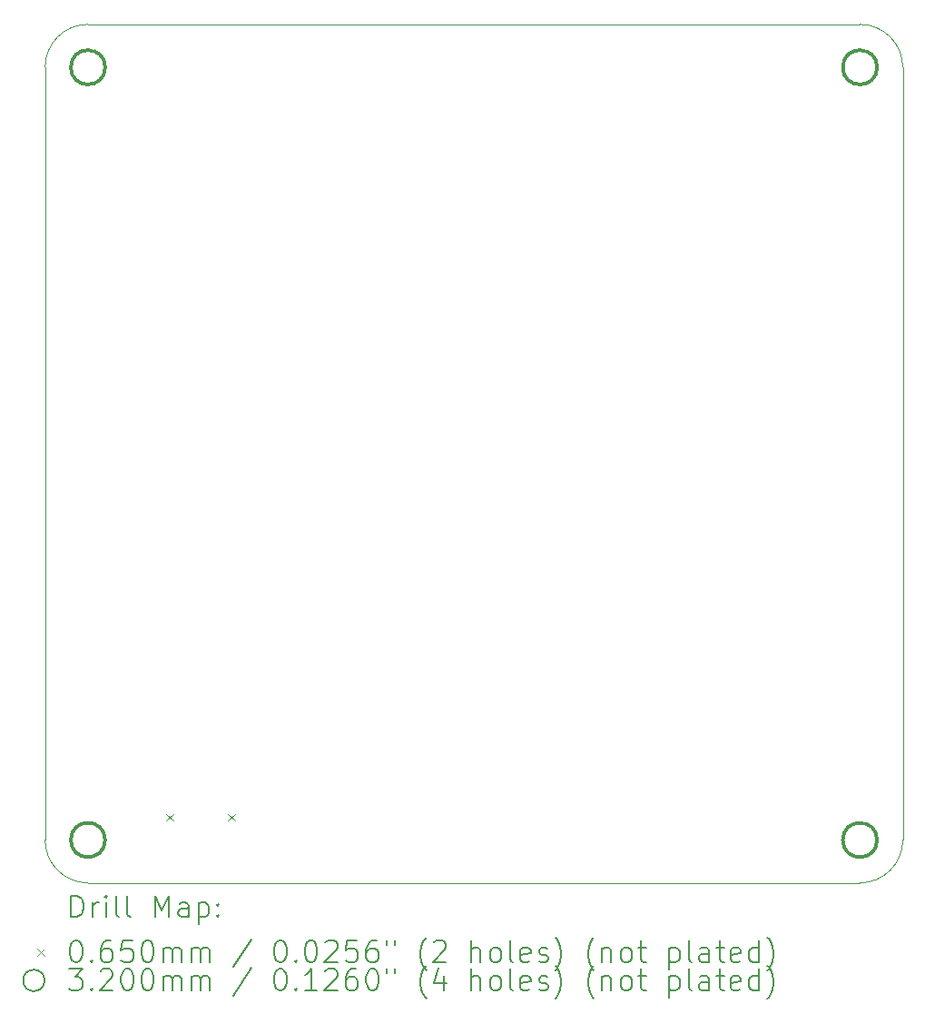
<source format=gbr>
%TF.GenerationSoftware,KiCad,Pcbnew,7.0.1*%
%TF.CreationDate,2023-05-02T11:52:05+02:00*%
%TF.ProjectId,Payload_cm4_23,5061796c-6f61-4645-9f63-6d345f32332e,rev?*%
%TF.SameCoordinates,Original*%
%TF.FileFunction,Drillmap*%
%TF.FilePolarity,Positive*%
%FSLAX45Y45*%
G04 Gerber Fmt 4.5, Leading zero omitted, Abs format (unit mm)*
G04 Created by KiCad (PCBNEW 7.0.1) date 2023-05-02 11:52:05*
%MOMM*%
%LPD*%
G01*
G04 APERTURE LIST*
%ADD10C,0.100000*%
%ADD11C,0.200000*%
%ADD12C,0.065000*%
%ADD13C,0.320000*%
G04 APERTURE END LIST*
D10*
X10930000Y-2810000D02*
X10930000Y-10010000D01*
X18930000Y-10010000D02*
X18930000Y-2810000D01*
X18530000Y-10410000D02*
G75*
G03*
X18930000Y-10010000I0J400000D01*
G01*
X10930000Y-10010000D02*
G75*
G03*
X11330000Y-10410000I400000J0D01*
G01*
X18530000Y-2410000D02*
X11330000Y-2410000D01*
X18930000Y-2810000D02*
G75*
G03*
X18530000Y-2410000I-400000J0D01*
G01*
X11330000Y-10410000D02*
X18530000Y-10410000D01*
X11330000Y-2410000D02*
G75*
G03*
X10930000Y-2810000I0J-400000D01*
G01*
D11*
D12*
X12058500Y-9767000D02*
X12123500Y-9832000D01*
X12123500Y-9767000D02*
X12058500Y-9832000D01*
X12636500Y-9767000D02*
X12701500Y-9832000D01*
X12701500Y-9767000D02*
X12636500Y-9832000D01*
D13*
X11490000Y-2810000D02*
G75*
G03*
X11490000Y-2810000I-160000J0D01*
G01*
X11490000Y-10010000D02*
G75*
G03*
X11490000Y-10010000I-160000J0D01*
G01*
X18690000Y-2810000D02*
G75*
G03*
X18690000Y-2810000I-160000J0D01*
G01*
X18690000Y-10010000D02*
G75*
G03*
X18690000Y-10010000I-160000J0D01*
G01*
D11*
X11172619Y-10727524D02*
X11172619Y-10527524D01*
X11172619Y-10527524D02*
X11220238Y-10527524D01*
X11220238Y-10527524D02*
X11248809Y-10537048D01*
X11248809Y-10537048D02*
X11267857Y-10556095D01*
X11267857Y-10556095D02*
X11277381Y-10575143D01*
X11277381Y-10575143D02*
X11286905Y-10613238D01*
X11286905Y-10613238D02*
X11286905Y-10641810D01*
X11286905Y-10641810D02*
X11277381Y-10679905D01*
X11277381Y-10679905D02*
X11267857Y-10698952D01*
X11267857Y-10698952D02*
X11248809Y-10718000D01*
X11248809Y-10718000D02*
X11220238Y-10727524D01*
X11220238Y-10727524D02*
X11172619Y-10727524D01*
X11372619Y-10727524D02*
X11372619Y-10594190D01*
X11372619Y-10632286D02*
X11382143Y-10613238D01*
X11382143Y-10613238D02*
X11391667Y-10603714D01*
X11391667Y-10603714D02*
X11410714Y-10594190D01*
X11410714Y-10594190D02*
X11429762Y-10594190D01*
X11496428Y-10727524D02*
X11496428Y-10594190D01*
X11496428Y-10527524D02*
X11486905Y-10537048D01*
X11486905Y-10537048D02*
X11496428Y-10546571D01*
X11496428Y-10546571D02*
X11505952Y-10537048D01*
X11505952Y-10537048D02*
X11496428Y-10527524D01*
X11496428Y-10527524D02*
X11496428Y-10546571D01*
X11620238Y-10727524D02*
X11601190Y-10718000D01*
X11601190Y-10718000D02*
X11591667Y-10698952D01*
X11591667Y-10698952D02*
X11591667Y-10527524D01*
X11725000Y-10727524D02*
X11705952Y-10718000D01*
X11705952Y-10718000D02*
X11696428Y-10698952D01*
X11696428Y-10698952D02*
X11696428Y-10527524D01*
X11953571Y-10727524D02*
X11953571Y-10527524D01*
X11953571Y-10527524D02*
X12020238Y-10670381D01*
X12020238Y-10670381D02*
X12086905Y-10527524D01*
X12086905Y-10527524D02*
X12086905Y-10727524D01*
X12267857Y-10727524D02*
X12267857Y-10622762D01*
X12267857Y-10622762D02*
X12258333Y-10603714D01*
X12258333Y-10603714D02*
X12239286Y-10594190D01*
X12239286Y-10594190D02*
X12201190Y-10594190D01*
X12201190Y-10594190D02*
X12182143Y-10603714D01*
X12267857Y-10718000D02*
X12248809Y-10727524D01*
X12248809Y-10727524D02*
X12201190Y-10727524D01*
X12201190Y-10727524D02*
X12182143Y-10718000D01*
X12182143Y-10718000D02*
X12172619Y-10698952D01*
X12172619Y-10698952D02*
X12172619Y-10679905D01*
X12172619Y-10679905D02*
X12182143Y-10660857D01*
X12182143Y-10660857D02*
X12201190Y-10651333D01*
X12201190Y-10651333D02*
X12248809Y-10651333D01*
X12248809Y-10651333D02*
X12267857Y-10641810D01*
X12363095Y-10594190D02*
X12363095Y-10794190D01*
X12363095Y-10603714D02*
X12382143Y-10594190D01*
X12382143Y-10594190D02*
X12420238Y-10594190D01*
X12420238Y-10594190D02*
X12439286Y-10603714D01*
X12439286Y-10603714D02*
X12448809Y-10613238D01*
X12448809Y-10613238D02*
X12458333Y-10632286D01*
X12458333Y-10632286D02*
X12458333Y-10689429D01*
X12458333Y-10689429D02*
X12448809Y-10708476D01*
X12448809Y-10708476D02*
X12439286Y-10718000D01*
X12439286Y-10718000D02*
X12420238Y-10727524D01*
X12420238Y-10727524D02*
X12382143Y-10727524D01*
X12382143Y-10727524D02*
X12363095Y-10718000D01*
X12544048Y-10708476D02*
X12553571Y-10718000D01*
X12553571Y-10718000D02*
X12544048Y-10727524D01*
X12544048Y-10727524D02*
X12534524Y-10718000D01*
X12534524Y-10718000D02*
X12544048Y-10708476D01*
X12544048Y-10708476D02*
X12544048Y-10727524D01*
X12544048Y-10603714D02*
X12553571Y-10613238D01*
X12553571Y-10613238D02*
X12544048Y-10622762D01*
X12544048Y-10622762D02*
X12534524Y-10613238D01*
X12534524Y-10613238D02*
X12544048Y-10603714D01*
X12544048Y-10603714D02*
X12544048Y-10622762D01*
D12*
X10860000Y-11022500D02*
X10925000Y-11087500D01*
X10925000Y-11022500D02*
X10860000Y-11087500D01*
D11*
X11210714Y-10947524D02*
X11229762Y-10947524D01*
X11229762Y-10947524D02*
X11248809Y-10957048D01*
X11248809Y-10957048D02*
X11258333Y-10966571D01*
X11258333Y-10966571D02*
X11267857Y-10985619D01*
X11267857Y-10985619D02*
X11277381Y-11023714D01*
X11277381Y-11023714D02*
X11277381Y-11071333D01*
X11277381Y-11071333D02*
X11267857Y-11109429D01*
X11267857Y-11109429D02*
X11258333Y-11128476D01*
X11258333Y-11128476D02*
X11248809Y-11138000D01*
X11248809Y-11138000D02*
X11229762Y-11147524D01*
X11229762Y-11147524D02*
X11210714Y-11147524D01*
X11210714Y-11147524D02*
X11191667Y-11138000D01*
X11191667Y-11138000D02*
X11182143Y-11128476D01*
X11182143Y-11128476D02*
X11172619Y-11109429D01*
X11172619Y-11109429D02*
X11163095Y-11071333D01*
X11163095Y-11071333D02*
X11163095Y-11023714D01*
X11163095Y-11023714D02*
X11172619Y-10985619D01*
X11172619Y-10985619D02*
X11182143Y-10966571D01*
X11182143Y-10966571D02*
X11191667Y-10957048D01*
X11191667Y-10957048D02*
X11210714Y-10947524D01*
X11363095Y-11128476D02*
X11372619Y-11138000D01*
X11372619Y-11138000D02*
X11363095Y-11147524D01*
X11363095Y-11147524D02*
X11353571Y-11138000D01*
X11353571Y-11138000D02*
X11363095Y-11128476D01*
X11363095Y-11128476D02*
X11363095Y-11147524D01*
X11544048Y-10947524D02*
X11505952Y-10947524D01*
X11505952Y-10947524D02*
X11486905Y-10957048D01*
X11486905Y-10957048D02*
X11477381Y-10966571D01*
X11477381Y-10966571D02*
X11458333Y-10995143D01*
X11458333Y-10995143D02*
X11448809Y-11033238D01*
X11448809Y-11033238D02*
X11448809Y-11109429D01*
X11448809Y-11109429D02*
X11458333Y-11128476D01*
X11458333Y-11128476D02*
X11467857Y-11138000D01*
X11467857Y-11138000D02*
X11486905Y-11147524D01*
X11486905Y-11147524D02*
X11525000Y-11147524D01*
X11525000Y-11147524D02*
X11544048Y-11138000D01*
X11544048Y-11138000D02*
X11553571Y-11128476D01*
X11553571Y-11128476D02*
X11563095Y-11109429D01*
X11563095Y-11109429D02*
X11563095Y-11061810D01*
X11563095Y-11061810D02*
X11553571Y-11042762D01*
X11553571Y-11042762D02*
X11544048Y-11033238D01*
X11544048Y-11033238D02*
X11525000Y-11023714D01*
X11525000Y-11023714D02*
X11486905Y-11023714D01*
X11486905Y-11023714D02*
X11467857Y-11033238D01*
X11467857Y-11033238D02*
X11458333Y-11042762D01*
X11458333Y-11042762D02*
X11448809Y-11061810D01*
X11744048Y-10947524D02*
X11648809Y-10947524D01*
X11648809Y-10947524D02*
X11639286Y-11042762D01*
X11639286Y-11042762D02*
X11648809Y-11033238D01*
X11648809Y-11033238D02*
X11667857Y-11023714D01*
X11667857Y-11023714D02*
X11715476Y-11023714D01*
X11715476Y-11023714D02*
X11734524Y-11033238D01*
X11734524Y-11033238D02*
X11744048Y-11042762D01*
X11744048Y-11042762D02*
X11753571Y-11061810D01*
X11753571Y-11061810D02*
X11753571Y-11109429D01*
X11753571Y-11109429D02*
X11744048Y-11128476D01*
X11744048Y-11128476D02*
X11734524Y-11138000D01*
X11734524Y-11138000D02*
X11715476Y-11147524D01*
X11715476Y-11147524D02*
X11667857Y-11147524D01*
X11667857Y-11147524D02*
X11648809Y-11138000D01*
X11648809Y-11138000D02*
X11639286Y-11128476D01*
X11877381Y-10947524D02*
X11896429Y-10947524D01*
X11896429Y-10947524D02*
X11915476Y-10957048D01*
X11915476Y-10957048D02*
X11925000Y-10966571D01*
X11925000Y-10966571D02*
X11934524Y-10985619D01*
X11934524Y-10985619D02*
X11944048Y-11023714D01*
X11944048Y-11023714D02*
X11944048Y-11071333D01*
X11944048Y-11071333D02*
X11934524Y-11109429D01*
X11934524Y-11109429D02*
X11925000Y-11128476D01*
X11925000Y-11128476D02*
X11915476Y-11138000D01*
X11915476Y-11138000D02*
X11896429Y-11147524D01*
X11896429Y-11147524D02*
X11877381Y-11147524D01*
X11877381Y-11147524D02*
X11858333Y-11138000D01*
X11858333Y-11138000D02*
X11848809Y-11128476D01*
X11848809Y-11128476D02*
X11839286Y-11109429D01*
X11839286Y-11109429D02*
X11829762Y-11071333D01*
X11829762Y-11071333D02*
X11829762Y-11023714D01*
X11829762Y-11023714D02*
X11839286Y-10985619D01*
X11839286Y-10985619D02*
X11848809Y-10966571D01*
X11848809Y-10966571D02*
X11858333Y-10957048D01*
X11858333Y-10957048D02*
X11877381Y-10947524D01*
X12029762Y-11147524D02*
X12029762Y-11014190D01*
X12029762Y-11033238D02*
X12039286Y-11023714D01*
X12039286Y-11023714D02*
X12058333Y-11014190D01*
X12058333Y-11014190D02*
X12086905Y-11014190D01*
X12086905Y-11014190D02*
X12105952Y-11023714D01*
X12105952Y-11023714D02*
X12115476Y-11042762D01*
X12115476Y-11042762D02*
X12115476Y-11147524D01*
X12115476Y-11042762D02*
X12125000Y-11023714D01*
X12125000Y-11023714D02*
X12144048Y-11014190D01*
X12144048Y-11014190D02*
X12172619Y-11014190D01*
X12172619Y-11014190D02*
X12191667Y-11023714D01*
X12191667Y-11023714D02*
X12201190Y-11042762D01*
X12201190Y-11042762D02*
X12201190Y-11147524D01*
X12296429Y-11147524D02*
X12296429Y-11014190D01*
X12296429Y-11033238D02*
X12305952Y-11023714D01*
X12305952Y-11023714D02*
X12325000Y-11014190D01*
X12325000Y-11014190D02*
X12353571Y-11014190D01*
X12353571Y-11014190D02*
X12372619Y-11023714D01*
X12372619Y-11023714D02*
X12382143Y-11042762D01*
X12382143Y-11042762D02*
X12382143Y-11147524D01*
X12382143Y-11042762D02*
X12391667Y-11023714D01*
X12391667Y-11023714D02*
X12410714Y-11014190D01*
X12410714Y-11014190D02*
X12439286Y-11014190D01*
X12439286Y-11014190D02*
X12458333Y-11023714D01*
X12458333Y-11023714D02*
X12467857Y-11042762D01*
X12467857Y-11042762D02*
X12467857Y-11147524D01*
X12858333Y-10938000D02*
X12686905Y-11195143D01*
X13115476Y-10947524D02*
X13134524Y-10947524D01*
X13134524Y-10947524D02*
X13153572Y-10957048D01*
X13153572Y-10957048D02*
X13163095Y-10966571D01*
X13163095Y-10966571D02*
X13172619Y-10985619D01*
X13172619Y-10985619D02*
X13182143Y-11023714D01*
X13182143Y-11023714D02*
X13182143Y-11071333D01*
X13182143Y-11071333D02*
X13172619Y-11109429D01*
X13172619Y-11109429D02*
X13163095Y-11128476D01*
X13163095Y-11128476D02*
X13153572Y-11138000D01*
X13153572Y-11138000D02*
X13134524Y-11147524D01*
X13134524Y-11147524D02*
X13115476Y-11147524D01*
X13115476Y-11147524D02*
X13096429Y-11138000D01*
X13096429Y-11138000D02*
X13086905Y-11128476D01*
X13086905Y-11128476D02*
X13077381Y-11109429D01*
X13077381Y-11109429D02*
X13067857Y-11071333D01*
X13067857Y-11071333D02*
X13067857Y-11023714D01*
X13067857Y-11023714D02*
X13077381Y-10985619D01*
X13077381Y-10985619D02*
X13086905Y-10966571D01*
X13086905Y-10966571D02*
X13096429Y-10957048D01*
X13096429Y-10957048D02*
X13115476Y-10947524D01*
X13267857Y-11128476D02*
X13277381Y-11138000D01*
X13277381Y-11138000D02*
X13267857Y-11147524D01*
X13267857Y-11147524D02*
X13258333Y-11138000D01*
X13258333Y-11138000D02*
X13267857Y-11128476D01*
X13267857Y-11128476D02*
X13267857Y-11147524D01*
X13401191Y-10947524D02*
X13420238Y-10947524D01*
X13420238Y-10947524D02*
X13439286Y-10957048D01*
X13439286Y-10957048D02*
X13448810Y-10966571D01*
X13448810Y-10966571D02*
X13458333Y-10985619D01*
X13458333Y-10985619D02*
X13467857Y-11023714D01*
X13467857Y-11023714D02*
X13467857Y-11071333D01*
X13467857Y-11071333D02*
X13458333Y-11109429D01*
X13458333Y-11109429D02*
X13448810Y-11128476D01*
X13448810Y-11128476D02*
X13439286Y-11138000D01*
X13439286Y-11138000D02*
X13420238Y-11147524D01*
X13420238Y-11147524D02*
X13401191Y-11147524D01*
X13401191Y-11147524D02*
X13382143Y-11138000D01*
X13382143Y-11138000D02*
X13372619Y-11128476D01*
X13372619Y-11128476D02*
X13363095Y-11109429D01*
X13363095Y-11109429D02*
X13353572Y-11071333D01*
X13353572Y-11071333D02*
X13353572Y-11023714D01*
X13353572Y-11023714D02*
X13363095Y-10985619D01*
X13363095Y-10985619D02*
X13372619Y-10966571D01*
X13372619Y-10966571D02*
X13382143Y-10957048D01*
X13382143Y-10957048D02*
X13401191Y-10947524D01*
X13544048Y-10966571D02*
X13553572Y-10957048D01*
X13553572Y-10957048D02*
X13572619Y-10947524D01*
X13572619Y-10947524D02*
X13620238Y-10947524D01*
X13620238Y-10947524D02*
X13639286Y-10957048D01*
X13639286Y-10957048D02*
X13648810Y-10966571D01*
X13648810Y-10966571D02*
X13658333Y-10985619D01*
X13658333Y-10985619D02*
X13658333Y-11004667D01*
X13658333Y-11004667D02*
X13648810Y-11033238D01*
X13648810Y-11033238D02*
X13534524Y-11147524D01*
X13534524Y-11147524D02*
X13658333Y-11147524D01*
X13839286Y-10947524D02*
X13744048Y-10947524D01*
X13744048Y-10947524D02*
X13734524Y-11042762D01*
X13734524Y-11042762D02*
X13744048Y-11033238D01*
X13744048Y-11033238D02*
X13763095Y-11023714D01*
X13763095Y-11023714D02*
X13810714Y-11023714D01*
X13810714Y-11023714D02*
X13829762Y-11033238D01*
X13829762Y-11033238D02*
X13839286Y-11042762D01*
X13839286Y-11042762D02*
X13848810Y-11061810D01*
X13848810Y-11061810D02*
X13848810Y-11109429D01*
X13848810Y-11109429D02*
X13839286Y-11128476D01*
X13839286Y-11128476D02*
X13829762Y-11138000D01*
X13829762Y-11138000D02*
X13810714Y-11147524D01*
X13810714Y-11147524D02*
X13763095Y-11147524D01*
X13763095Y-11147524D02*
X13744048Y-11138000D01*
X13744048Y-11138000D02*
X13734524Y-11128476D01*
X14020238Y-10947524D02*
X13982143Y-10947524D01*
X13982143Y-10947524D02*
X13963095Y-10957048D01*
X13963095Y-10957048D02*
X13953572Y-10966571D01*
X13953572Y-10966571D02*
X13934524Y-10995143D01*
X13934524Y-10995143D02*
X13925000Y-11033238D01*
X13925000Y-11033238D02*
X13925000Y-11109429D01*
X13925000Y-11109429D02*
X13934524Y-11128476D01*
X13934524Y-11128476D02*
X13944048Y-11138000D01*
X13944048Y-11138000D02*
X13963095Y-11147524D01*
X13963095Y-11147524D02*
X14001191Y-11147524D01*
X14001191Y-11147524D02*
X14020238Y-11138000D01*
X14020238Y-11138000D02*
X14029762Y-11128476D01*
X14029762Y-11128476D02*
X14039286Y-11109429D01*
X14039286Y-11109429D02*
X14039286Y-11061810D01*
X14039286Y-11061810D02*
X14029762Y-11042762D01*
X14029762Y-11042762D02*
X14020238Y-11033238D01*
X14020238Y-11033238D02*
X14001191Y-11023714D01*
X14001191Y-11023714D02*
X13963095Y-11023714D01*
X13963095Y-11023714D02*
X13944048Y-11033238D01*
X13944048Y-11033238D02*
X13934524Y-11042762D01*
X13934524Y-11042762D02*
X13925000Y-11061810D01*
X14115476Y-10947524D02*
X14115476Y-10985619D01*
X14191667Y-10947524D02*
X14191667Y-10985619D01*
X14486905Y-11223714D02*
X14477381Y-11214190D01*
X14477381Y-11214190D02*
X14458334Y-11185619D01*
X14458334Y-11185619D02*
X14448810Y-11166571D01*
X14448810Y-11166571D02*
X14439286Y-11138000D01*
X14439286Y-11138000D02*
X14429762Y-11090381D01*
X14429762Y-11090381D02*
X14429762Y-11052286D01*
X14429762Y-11052286D02*
X14439286Y-11004667D01*
X14439286Y-11004667D02*
X14448810Y-10976095D01*
X14448810Y-10976095D02*
X14458334Y-10957048D01*
X14458334Y-10957048D02*
X14477381Y-10928476D01*
X14477381Y-10928476D02*
X14486905Y-10918952D01*
X14553572Y-10966571D02*
X14563095Y-10957048D01*
X14563095Y-10957048D02*
X14582143Y-10947524D01*
X14582143Y-10947524D02*
X14629762Y-10947524D01*
X14629762Y-10947524D02*
X14648810Y-10957048D01*
X14648810Y-10957048D02*
X14658334Y-10966571D01*
X14658334Y-10966571D02*
X14667857Y-10985619D01*
X14667857Y-10985619D02*
X14667857Y-11004667D01*
X14667857Y-11004667D02*
X14658334Y-11033238D01*
X14658334Y-11033238D02*
X14544048Y-11147524D01*
X14544048Y-11147524D02*
X14667857Y-11147524D01*
X14905953Y-11147524D02*
X14905953Y-10947524D01*
X14991667Y-11147524D02*
X14991667Y-11042762D01*
X14991667Y-11042762D02*
X14982143Y-11023714D01*
X14982143Y-11023714D02*
X14963096Y-11014190D01*
X14963096Y-11014190D02*
X14934524Y-11014190D01*
X14934524Y-11014190D02*
X14915476Y-11023714D01*
X14915476Y-11023714D02*
X14905953Y-11033238D01*
X15115476Y-11147524D02*
X15096429Y-11138000D01*
X15096429Y-11138000D02*
X15086905Y-11128476D01*
X15086905Y-11128476D02*
X15077381Y-11109429D01*
X15077381Y-11109429D02*
X15077381Y-11052286D01*
X15077381Y-11052286D02*
X15086905Y-11033238D01*
X15086905Y-11033238D02*
X15096429Y-11023714D01*
X15096429Y-11023714D02*
X15115476Y-11014190D01*
X15115476Y-11014190D02*
X15144048Y-11014190D01*
X15144048Y-11014190D02*
X15163096Y-11023714D01*
X15163096Y-11023714D02*
X15172619Y-11033238D01*
X15172619Y-11033238D02*
X15182143Y-11052286D01*
X15182143Y-11052286D02*
X15182143Y-11109429D01*
X15182143Y-11109429D02*
X15172619Y-11128476D01*
X15172619Y-11128476D02*
X15163096Y-11138000D01*
X15163096Y-11138000D02*
X15144048Y-11147524D01*
X15144048Y-11147524D02*
X15115476Y-11147524D01*
X15296429Y-11147524D02*
X15277381Y-11138000D01*
X15277381Y-11138000D02*
X15267857Y-11118952D01*
X15267857Y-11118952D02*
X15267857Y-10947524D01*
X15448810Y-11138000D02*
X15429762Y-11147524D01*
X15429762Y-11147524D02*
X15391667Y-11147524D01*
X15391667Y-11147524D02*
X15372619Y-11138000D01*
X15372619Y-11138000D02*
X15363096Y-11118952D01*
X15363096Y-11118952D02*
X15363096Y-11042762D01*
X15363096Y-11042762D02*
X15372619Y-11023714D01*
X15372619Y-11023714D02*
X15391667Y-11014190D01*
X15391667Y-11014190D02*
X15429762Y-11014190D01*
X15429762Y-11014190D02*
X15448810Y-11023714D01*
X15448810Y-11023714D02*
X15458334Y-11042762D01*
X15458334Y-11042762D02*
X15458334Y-11061810D01*
X15458334Y-11061810D02*
X15363096Y-11080857D01*
X15534524Y-11138000D02*
X15553572Y-11147524D01*
X15553572Y-11147524D02*
X15591667Y-11147524D01*
X15591667Y-11147524D02*
X15610715Y-11138000D01*
X15610715Y-11138000D02*
X15620238Y-11118952D01*
X15620238Y-11118952D02*
X15620238Y-11109429D01*
X15620238Y-11109429D02*
X15610715Y-11090381D01*
X15610715Y-11090381D02*
X15591667Y-11080857D01*
X15591667Y-11080857D02*
X15563096Y-11080857D01*
X15563096Y-11080857D02*
X15544048Y-11071333D01*
X15544048Y-11071333D02*
X15534524Y-11052286D01*
X15534524Y-11052286D02*
X15534524Y-11042762D01*
X15534524Y-11042762D02*
X15544048Y-11023714D01*
X15544048Y-11023714D02*
X15563096Y-11014190D01*
X15563096Y-11014190D02*
X15591667Y-11014190D01*
X15591667Y-11014190D02*
X15610715Y-11023714D01*
X15686905Y-11223714D02*
X15696429Y-11214190D01*
X15696429Y-11214190D02*
X15715477Y-11185619D01*
X15715477Y-11185619D02*
X15725000Y-11166571D01*
X15725000Y-11166571D02*
X15734524Y-11138000D01*
X15734524Y-11138000D02*
X15744048Y-11090381D01*
X15744048Y-11090381D02*
X15744048Y-11052286D01*
X15744048Y-11052286D02*
X15734524Y-11004667D01*
X15734524Y-11004667D02*
X15725000Y-10976095D01*
X15725000Y-10976095D02*
X15715477Y-10957048D01*
X15715477Y-10957048D02*
X15696429Y-10928476D01*
X15696429Y-10928476D02*
X15686905Y-10918952D01*
X16048810Y-11223714D02*
X16039286Y-11214190D01*
X16039286Y-11214190D02*
X16020238Y-11185619D01*
X16020238Y-11185619D02*
X16010715Y-11166571D01*
X16010715Y-11166571D02*
X16001191Y-11138000D01*
X16001191Y-11138000D02*
X15991667Y-11090381D01*
X15991667Y-11090381D02*
X15991667Y-11052286D01*
X15991667Y-11052286D02*
X16001191Y-11004667D01*
X16001191Y-11004667D02*
X16010715Y-10976095D01*
X16010715Y-10976095D02*
X16020238Y-10957048D01*
X16020238Y-10957048D02*
X16039286Y-10928476D01*
X16039286Y-10928476D02*
X16048810Y-10918952D01*
X16125000Y-11014190D02*
X16125000Y-11147524D01*
X16125000Y-11033238D02*
X16134524Y-11023714D01*
X16134524Y-11023714D02*
X16153572Y-11014190D01*
X16153572Y-11014190D02*
X16182143Y-11014190D01*
X16182143Y-11014190D02*
X16201191Y-11023714D01*
X16201191Y-11023714D02*
X16210715Y-11042762D01*
X16210715Y-11042762D02*
X16210715Y-11147524D01*
X16334524Y-11147524D02*
X16315477Y-11138000D01*
X16315477Y-11138000D02*
X16305953Y-11128476D01*
X16305953Y-11128476D02*
X16296429Y-11109429D01*
X16296429Y-11109429D02*
X16296429Y-11052286D01*
X16296429Y-11052286D02*
X16305953Y-11033238D01*
X16305953Y-11033238D02*
X16315477Y-11023714D01*
X16315477Y-11023714D02*
X16334524Y-11014190D01*
X16334524Y-11014190D02*
X16363096Y-11014190D01*
X16363096Y-11014190D02*
X16382143Y-11023714D01*
X16382143Y-11023714D02*
X16391667Y-11033238D01*
X16391667Y-11033238D02*
X16401191Y-11052286D01*
X16401191Y-11052286D02*
X16401191Y-11109429D01*
X16401191Y-11109429D02*
X16391667Y-11128476D01*
X16391667Y-11128476D02*
X16382143Y-11138000D01*
X16382143Y-11138000D02*
X16363096Y-11147524D01*
X16363096Y-11147524D02*
X16334524Y-11147524D01*
X16458334Y-11014190D02*
X16534524Y-11014190D01*
X16486905Y-10947524D02*
X16486905Y-11118952D01*
X16486905Y-11118952D02*
X16496429Y-11138000D01*
X16496429Y-11138000D02*
X16515477Y-11147524D01*
X16515477Y-11147524D02*
X16534524Y-11147524D01*
X16753572Y-11014190D02*
X16753572Y-11214190D01*
X16753572Y-11023714D02*
X16772619Y-11014190D01*
X16772619Y-11014190D02*
X16810715Y-11014190D01*
X16810715Y-11014190D02*
X16829762Y-11023714D01*
X16829762Y-11023714D02*
X16839286Y-11033238D01*
X16839286Y-11033238D02*
X16848810Y-11052286D01*
X16848810Y-11052286D02*
X16848810Y-11109429D01*
X16848810Y-11109429D02*
X16839286Y-11128476D01*
X16839286Y-11128476D02*
X16829762Y-11138000D01*
X16829762Y-11138000D02*
X16810715Y-11147524D01*
X16810715Y-11147524D02*
X16772619Y-11147524D01*
X16772619Y-11147524D02*
X16753572Y-11138000D01*
X16963096Y-11147524D02*
X16944048Y-11138000D01*
X16944048Y-11138000D02*
X16934524Y-11118952D01*
X16934524Y-11118952D02*
X16934524Y-10947524D01*
X17125001Y-11147524D02*
X17125001Y-11042762D01*
X17125001Y-11042762D02*
X17115477Y-11023714D01*
X17115477Y-11023714D02*
X17096429Y-11014190D01*
X17096429Y-11014190D02*
X17058334Y-11014190D01*
X17058334Y-11014190D02*
X17039286Y-11023714D01*
X17125001Y-11138000D02*
X17105953Y-11147524D01*
X17105953Y-11147524D02*
X17058334Y-11147524D01*
X17058334Y-11147524D02*
X17039286Y-11138000D01*
X17039286Y-11138000D02*
X17029762Y-11118952D01*
X17029762Y-11118952D02*
X17029762Y-11099905D01*
X17029762Y-11099905D02*
X17039286Y-11080857D01*
X17039286Y-11080857D02*
X17058334Y-11071333D01*
X17058334Y-11071333D02*
X17105953Y-11071333D01*
X17105953Y-11071333D02*
X17125001Y-11061810D01*
X17191667Y-11014190D02*
X17267858Y-11014190D01*
X17220239Y-10947524D02*
X17220239Y-11118952D01*
X17220239Y-11118952D02*
X17229762Y-11138000D01*
X17229762Y-11138000D02*
X17248810Y-11147524D01*
X17248810Y-11147524D02*
X17267858Y-11147524D01*
X17410715Y-11138000D02*
X17391667Y-11147524D01*
X17391667Y-11147524D02*
X17353572Y-11147524D01*
X17353572Y-11147524D02*
X17334524Y-11138000D01*
X17334524Y-11138000D02*
X17325001Y-11118952D01*
X17325001Y-11118952D02*
X17325001Y-11042762D01*
X17325001Y-11042762D02*
X17334524Y-11023714D01*
X17334524Y-11023714D02*
X17353572Y-11014190D01*
X17353572Y-11014190D02*
X17391667Y-11014190D01*
X17391667Y-11014190D02*
X17410715Y-11023714D01*
X17410715Y-11023714D02*
X17420239Y-11042762D01*
X17420239Y-11042762D02*
X17420239Y-11061810D01*
X17420239Y-11061810D02*
X17325001Y-11080857D01*
X17591667Y-11147524D02*
X17591667Y-10947524D01*
X17591667Y-11138000D02*
X17572620Y-11147524D01*
X17572620Y-11147524D02*
X17534524Y-11147524D01*
X17534524Y-11147524D02*
X17515477Y-11138000D01*
X17515477Y-11138000D02*
X17505953Y-11128476D01*
X17505953Y-11128476D02*
X17496429Y-11109429D01*
X17496429Y-11109429D02*
X17496429Y-11052286D01*
X17496429Y-11052286D02*
X17505953Y-11033238D01*
X17505953Y-11033238D02*
X17515477Y-11023714D01*
X17515477Y-11023714D02*
X17534524Y-11014190D01*
X17534524Y-11014190D02*
X17572620Y-11014190D01*
X17572620Y-11014190D02*
X17591667Y-11023714D01*
X17667858Y-11223714D02*
X17677382Y-11214190D01*
X17677382Y-11214190D02*
X17696429Y-11185619D01*
X17696429Y-11185619D02*
X17705953Y-11166571D01*
X17705953Y-11166571D02*
X17715477Y-11138000D01*
X17715477Y-11138000D02*
X17725001Y-11090381D01*
X17725001Y-11090381D02*
X17725001Y-11052286D01*
X17725001Y-11052286D02*
X17715477Y-11004667D01*
X17715477Y-11004667D02*
X17705953Y-10976095D01*
X17705953Y-10976095D02*
X17696429Y-10957048D01*
X17696429Y-10957048D02*
X17677382Y-10928476D01*
X17677382Y-10928476D02*
X17667858Y-10918952D01*
X10925000Y-11319000D02*
G75*
G03*
X10925000Y-11319000I-100000J0D01*
G01*
X11153571Y-11211524D02*
X11277381Y-11211524D01*
X11277381Y-11211524D02*
X11210714Y-11287714D01*
X11210714Y-11287714D02*
X11239286Y-11287714D01*
X11239286Y-11287714D02*
X11258333Y-11297238D01*
X11258333Y-11297238D02*
X11267857Y-11306762D01*
X11267857Y-11306762D02*
X11277381Y-11325809D01*
X11277381Y-11325809D02*
X11277381Y-11373428D01*
X11277381Y-11373428D02*
X11267857Y-11392476D01*
X11267857Y-11392476D02*
X11258333Y-11402000D01*
X11258333Y-11402000D02*
X11239286Y-11411524D01*
X11239286Y-11411524D02*
X11182143Y-11411524D01*
X11182143Y-11411524D02*
X11163095Y-11402000D01*
X11163095Y-11402000D02*
X11153571Y-11392476D01*
X11363095Y-11392476D02*
X11372619Y-11402000D01*
X11372619Y-11402000D02*
X11363095Y-11411524D01*
X11363095Y-11411524D02*
X11353571Y-11402000D01*
X11353571Y-11402000D02*
X11363095Y-11392476D01*
X11363095Y-11392476D02*
X11363095Y-11411524D01*
X11448809Y-11230571D02*
X11458333Y-11221048D01*
X11458333Y-11221048D02*
X11477381Y-11211524D01*
X11477381Y-11211524D02*
X11525000Y-11211524D01*
X11525000Y-11211524D02*
X11544048Y-11221048D01*
X11544048Y-11221048D02*
X11553571Y-11230571D01*
X11553571Y-11230571D02*
X11563095Y-11249619D01*
X11563095Y-11249619D02*
X11563095Y-11268667D01*
X11563095Y-11268667D02*
X11553571Y-11297238D01*
X11553571Y-11297238D02*
X11439286Y-11411524D01*
X11439286Y-11411524D02*
X11563095Y-11411524D01*
X11686905Y-11211524D02*
X11705952Y-11211524D01*
X11705952Y-11211524D02*
X11725000Y-11221048D01*
X11725000Y-11221048D02*
X11734524Y-11230571D01*
X11734524Y-11230571D02*
X11744048Y-11249619D01*
X11744048Y-11249619D02*
X11753571Y-11287714D01*
X11753571Y-11287714D02*
X11753571Y-11335333D01*
X11753571Y-11335333D02*
X11744048Y-11373428D01*
X11744048Y-11373428D02*
X11734524Y-11392476D01*
X11734524Y-11392476D02*
X11725000Y-11402000D01*
X11725000Y-11402000D02*
X11705952Y-11411524D01*
X11705952Y-11411524D02*
X11686905Y-11411524D01*
X11686905Y-11411524D02*
X11667857Y-11402000D01*
X11667857Y-11402000D02*
X11658333Y-11392476D01*
X11658333Y-11392476D02*
X11648809Y-11373428D01*
X11648809Y-11373428D02*
X11639286Y-11335333D01*
X11639286Y-11335333D02*
X11639286Y-11287714D01*
X11639286Y-11287714D02*
X11648809Y-11249619D01*
X11648809Y-11249619D02*
X11658333Y-11230571D01*
X11658333Y-11230571D02*
X11667857Y-11221048D01*
X11667857Y-11221048D02*
X11686905Y-11211524D01*
X11877381Y-11211524D02*
X11896429Y-11211524D01*
X11896429Y-11211524D02*
X11915476Y-11221048D01*
X11915476Y-11221048D02*
X11925000Y-11230571D01*
X11925000Y-11230571D02*
X11934524Y-11249619D01*
X11934524Y-11249619D02*
X11944048Y-11287714D01*
X11944048Y-11287714D02*
X11944048Y-11335333D01*
X11944048Y-11335333D02*
X11934524Y-11373428D01*
X11934524Y-11373428D02*
X11925000Y-11392476D01*
X11925000Y-11392476D02*
X11915476Y-11402000D01*
X11915476Y-11402000D02*
X11896429Y-11411524D01*
X11896429Y-11411524D02*
X11877381Y-11411524D01*
X11877381Y-11411524D02*
X11858333Y-11402000D01*
X11858333Y-11402000D02*
X11848809Y-11392476D01*
X11848809Y-11392476D02*
X11839286Y-11373428D01*
X11839286Y-11373428D02*
X11829762Y-11335333D01*
X11829762Y-11335333D02*
X11829762Y-11287714D01*
X11829762Y-11287714D02*
X11839286Y-11249619D01*
X11839286Y-11249619D02*
X11848809Y-11230571D01*
X11848809Y-11230571D02*
X11858333Y-11221048D01*
X11858333Y-11221048D02*
X11877381Y-11211524D01*
X12029762Y-11411524D02*
X12029762Y-11278190D01*
X12029762Y-11297238D02*
X12039286Y-11287714D01*
X12039286Y-11287714D02*
X12058333Y-11278190D01*
X12058333Y-11278190D02*
X12086905Y-11278190D01*
X12086905Y-11278190D02*
X12105952Y-11287714D01*
X12105952Y-11287714D02*
X12115476Y-11306762D01*
X12115476Y-11306762D02*
X12115476Y-11411524D01*
X12115476Y-11306762D02*
X12125000Y-11287714D01*
X12125000Y-11287714D02*
X12144048Y-11278190D01*
X12144048Y-11278190D02*
X12172619Y-11278190D01*
X12172619Y-11278190D02*
X12191667Y-11287714D01*
X12191667Y-11287714D02*
X12201190Y-11306762D01*
X12201190Y-11306762D02*
X12201190Y-11411524D01*
X12296429Y-11411524D02*
X12296429Y-11278190D01*
X12296429Y-11297238D02*
X12305952Y-11287714D01*
X12305952Y-11287714D02*
X12325000Y-11278190D01*
X12325000Y-11278190D02*
X12353571Y-11278190D01*
X12353571Y-11278190D02*
X12372619Y-11287714D01*
X12372619Y-11287714D02*
X12382143Y-11306762D01*
X12382143Y-11306762D02*
X12382143Y-11411524D01*
X12382143Y-11306762D02*
X12391667Y-11287714D01*
X12391667Y-11287714D02*
X12410714Y-11278190D01*
X12410714Y-11278190D02*
X12439286Y-11278190D01*
X12439286Y-11278190D02*
X12458333Y-11287714D01*
X12458333Y-11287714D02*
X12467857Y-11306762D01*
X12467857Y-11306762D02*
X12467857Y-11411524D01*
X12858333Y-11202000D02*
X12686905Y-11459143D01*
X13115476Y-11211524D02*
X13134524Y-11211524D01*
X13134524Y-11211524D02*
X13153572Y-11221048D01*
X13153572Y-11221048D02*
X13163095Y-11230571D01*
X13163095Y-11230571D02*
X13172619Y-11249619D01*
X13172619Y-11249619D02*
X13182143Y-11287714D01*
X13182143Y-11287714D02*
X13182143Y-11335333D01*
X13182143Y-11335333D02*
X13172619Y-11373428D01*
X13172619Y-11373428D02*
X13163095Y-11392476D01*
X13163095Y-11392476D02*
X13153572Y-11402000D01*
X13153572Y-11402000D02*
X13134524Y-11411524D01*
X13134524Y-11411524D02*
X13115476Y-11411524D01*
X13115476Y-11411524D02*
X13096429Y-11402000D01*
X13096429Y-11402000D02*
X13086905Y-11392476D01*
X13086905Y-11392476D02*
X13077381Y-11373428D01*
X13077381Y-11373428D02*
X13067857Y-11335333D01*
X13067857Y-11335333D02*
X13067857Y-11287714D01*
X13067857Y-11287714D02*
X13077381Y-11249619D01*
X13077381Y-11249619D02*
X13086905Y-11230571D01*
X13086905Y-11230571D02*
X13096429Y-11221048D01*
X13096429Y-11221048D02*
X13115476Y-11211524D01*
X13267857Y-11392476D02*
X13277381Y-11402000D01*
X13277381Y-11402000D02*
X13267857Y-11411524D01*
X13267857Y-11411524D02*
X13258333Y-11402000D01*
X13258333Y-11402000D02*
X13267857Y-11392476D01*
X13267857Y-11392476D02*
X13267857Y-11411524D01*
X13467857Y-11411524D02*
X13353572Y-11411524D01*
X13410714Y-11411524D02*
X13410714Y-11211524D01*
X13410714Y-11211524D02*
X13391667Y-11240095D01*
X13391667Y-11240095D02*
X13372619Y-11259143D01*
X13372619Y-11259143D02*
X13353572Y-11268667D01*
X13544048Y-11230571D02*
X13553572Y-11221048D01*
X13553572Y-11221048D02*
X13572619Y-11211524D01*
X13572619Y-11211524D02*
X13620238Y-11211524D01*
X13620238Y-11211524D02*
X13639286Y-11221048D01*
X13639286Y-11221048D02*
X13648810Y-11230571D01*
X13648810Y-11230571D02*
X13658333Y-11249619D01*
X13658333Y-11249619D02*
X13658333Y-11268667D01*
X13658333Y-11268667D02*
X13648810Y-11297238D01*
X13648810Y-11297238D02*
X13534524Y-11411524D01*
X13534524Y-11411524D02*
X13658333Y-11411524D01*
X13829762Y-11211524D02*
X13791667Y-11211524D01*
X13791667Y-11211524D02*
X13772619Y-11221048D01*
X13772619Y-11221048D02*
X13763095Y-11230571D01*
X13763095Y-11230571D02*
X13744048Y-11259143D01*
X13744048Y-11259143D02*
X13734524Y-11297238D01*
X13734524Y-11297238D02*
X13734524Y-11373428D01*
X13734524Y-11373428D02*
X13744048Y-11392476D01*
X13744048Y-11392476D02*
X13753572Y-11402000D01*
X13753572Y-11402000D02*
X13772619Y-11411524D01*
X13772619Y-11411524D02*
X13810714Y-11411524D01*
X13810714Y-11411524D02*
X13829762Y-11402000D01*
X13829762Y-11402000D02*
X13839286Y-11392476D01*
X13839286Y-11392476D02*
X13848810Y-11373428D01*
X13848810Y-11373428D02*
X13848810Y-11325809D01*
X13848810Y-11325809D02*
X13839286Y-11306762D01*
X13839286Y-11306762D02*
X13829762Y-11297238D01*
X13829762Y-11297238D02*
X13810714Y-11287714D01*
X13810714Y-11287714D02*
X13772619Y-11287714D01*
X13772619Y-11287714D02*
X13753572Y-11297238D01*
X13753572Y-11297238D02*
X13744048Y-11306762D01*
X13744048Y-11306762D02*
X13734524Y-11325809D01*
X13972619Y-11211524D02*
X13991667Y-11211524D01*
X13991667Y-11211524D02*
X14010714Y-11221048D01*
X14010714Y-11221048D02*
X14020238Y-11230571D01*
X14020238Y-11230571D02*
X14029762Y-11249619D01*
X14029762Y-11249619D02*
X14039286Y-11287714D01*
X14039286Y-11287714D02*
X14039286Y-11335333D01*
X14039286Y-11335333D02*
X14029762Y-11373428D01*
X14029762Y-11373428D02*
X14020238Y-11392476D01*
X14020238Y-11392476D02*
X14010714Y-11402000D01*
X14010714Y-11402000D02*
X13991667Y-11411524D01*
X13991667Y-11411524D02*
X13972619Y-11411524D01*
X13972619Y-11411524D02*
X13953572Y-11402000D01*
X13953572Y-11402000D02*
X13944048Y-11392476D01*
X13944048Y-11392476D02*
X13934524Y-11373428D01*
X13934524Y-11373428D02*
X13925000Y-11335333D01*
X13925000Y-11335333D02*
X13925000Y-11287714D01*
X13925000Y-11287714D02*
X13934524Y-11249619D01*
X13934524Y-11249619D02*
X13944048Y-11230571D01*
X13944048Y-11230571D02*
X13953572Y-11221048D01*
X13953572Y-11221048D02*
X13972619Y-11211524D01*
X14115476Y-11211524D02*
X14115476Y-11249619D01*
X14191667Y-11211524D02*
X14191667Y-11249619D01*
X14486905Y-11487714D02*
X14477381Y-11478190D01*
X14477381Y-11478190D02*
X14458334Y-11449619D01*
X14458334Y-11449619D02*
X14448810Y-11430571D01*
X14448810Y-11430571D02*
X14439286Y-11402000D01*
X14439286Y-11402000D02*
X14429762Y-11354381D01*
X14429762Y-11354381D02*
X14429762Y-11316286D01*
X14429762Y-11316286D02*
X14439286Y-11268667D01*
X14439286Y-11268667D02*
X14448810Y-11240095D01*
X14448810Y-11240095D02*
X14458334Y-11221048D01*
X14458334Y-11221048D02*
X14477381Y-11192476D01*
X14477381Y-11192476D02*
X14486905Y-11182952D01*
X14648810Y-11278190D02*
X14648810Y-11411524D01*
X14601191Y-11202000D02*
X14553572Y-11344857D01*
X14553572Y-11344857D02*
X14677381Y-11344857D01*
X14905953Y-11411524D02*
X14905953Y-11211524D01*
X14991667Y-11411524D02*
X14991667Y-11306762D01*
X14991667Y-11306762D02*
X14982143Y-11287714D01*
X14982143Y-11287714D02*
X14963096Y-11278190D01*
X14963096Y-11278190D02*
X14934524Y-11278190D01*
X14934524Y-11278190D02*
X14915476Y-11287714D01*
X14915476Y-11287714D02*
X14905953Y-11297238D01*
X15115476Y-11411524D02*
X15096429Y-11402000D01*
X15096429Y-11402000D02*
X15086905Y-11392476D01*
X15086905Y-11392476D02*
X15077381Y-11373428D01*
X15077381Y-11373428D02*
X15077381Y-11316286D01*
X15077381Y-11316286D02*
X15086905Y-11297238D01*
X15086905Y-11297238D02*
X15096429Y-11287714D01*
X15096429Y-11287714D02*
X15115476Y-11278190D01*
X15115476Y-11278190D02*
X15144048Y-11278190D01*
X15144048Y-11278190D02*
X15163096Y-11287714D01*
X15163096Y-11287714D02*
X15172619Y-11297238D01*
X15172619Y-11297238D02*
X15182143Y-11316286D01*
X15182143Y-11316286D02*
X15182143Y-11373428D01*
X15182143Y-11373428D02*
X15172619Y-11392476D01*
X15172619Y-11392476D02*
X15163096Y-11402000D01*
X15163096Y-11402000D02*
X15144048Y-11411524D01*
X15144048Y-11411524D02*
X15115476Y-11411524D01*
X15296429Y-11411524D02*
X15277381Y-11402000D01*
X15277381Y-11402000D02*
X15267857Y-11382952D01*
X15267857Y-11382952D02*
X15267857Y-11211524D01*
X15448810Y-11402000D02*
X15429762Y-11411524D01*
X15429762Y-11411524D02*
X15391667Y-11411524D01*
X15391667Y-11411524D02*
X15372619Y-11402000D01*
X15372619Y-11402000D02*
X15363096Y-11382952D01*
X15363096Y-11382952D02*
X15363096Y-11306762D01*
X15363096Y-11306762D02*
X15372619Y-11287714D01*
X15372619Y-11287714D02*
X15391667Y-11278190D01*
X15391667Y-11278190D02*
X15429762Y-11278190D01*
X15429762Y-11278190D02*
X15448810Y-11287714D01*
X15448810Y-11287714D02*
X15458334Y-11306762D01*
X15458334Y-11306762D02*
X15458334Y-11325809D01*
X15458334Y-11325809D02*
X15363096Y-11344857D01*
X15534524Y-11402000D02*
X15553572Y-11411524D01*
X15553572Y-11411524D02*
X15591667Y-11411524D01*
X15591667Y-11411524D02*
X15610715Y-11402000D01*
X15610715Y-11402000D02*
X15620238Y-11382952D01*
X15620238Y-11382952D02*
X15620238Y-11373428D01*
X15620238Y-11373428D02*
X15610715Y-11354381D01*
X15610715Y-11354381D02*
X15591667Y-11344857D01*
X15591667Y-11344857D02*
X15563096Y-11344857D01*
X15563096Y-11344857D02*
X15544048Y-11335333D01*
X15544048Y-11335333D02*
X15534524Y-11316286D01*
X15534524Y-11316286D02*
X15534524Y-11306762D01*
X15534524Y-11306762D02*
X15544048Y-11287714D01*
X15544048Y-11287714D02*
X15563096Y-11278190D01*
X15563096Y-11278190D02*
X15591667Y-11278190D01*
X15591667Y-11278190D02*
X15610715Y-11287714D01*
X15686905Y-11487714D02*
X15696429Y-11478190D01*
X15696429Y-11478190D02*
X15715477Y-11449619D01*
X15715477Y-11449619D02*
X15725000Y-11430571D01*
X15725000Y-11430571D02*
X15734524Y-11402000D01*
X15734524Y-11402000D02*
X15744048Y-11354381D01*
X15744048Y-11354381D02*
X15744048Y-11316286D01*
X15744048Y-11316286D02*
X15734524Y-11268667D01*
X15734524Y-11268667D02*
X15725000Y-11240095D01*
X15725000Y-11240095D02*
X15715477Y-11221048D01*
X15715477Y-11221048D02*
X15696429Y-11192476D01*
X15696429Y-11192476D02*
X15686905Y-11182952D01*
X16048810Y-11487714D02*
X16039286Y-11478190D01*
X16039286Y-11478190D02*
X16020238Y-11449619D01*
X16020238Y-11449619D02*
X16010715Y-11430571D01*
X16010715Y-11430571D02*
X16001191Y-11402000D01*
X16001191Y-11402000D02*
X15991667Y-11354381D01*
X15991667Y-11354381D02*
X15991667Y-11316286D01*
X15991667Y-11316286D02*
X16001191Y-11268667D01*
X16001191Y-11268667D02*
X16010715Y-11240095D01*
X16010715Y-11240095D02*
X16020238Y-11221048D01*
X16020238Y-11221048D02*
X16039286Y-11192476D01*
X16039286Y-11192476D02*
X16048810Y-11182952D01*
X16125000Y-11278190D02*
X16125000Y-11411524D01*
X16125000Y-11297238D02*
X16134524Y-11287714D01*
X16134524Y-11287714D02*
X16153572Y-11278190D01*
X16153572Y-11278190D02*
X16182143Y-11278190D01*
X16182143Y-11278190D02*
X16201191Y-11287714D01*
X16201191Y-11287714D02*
X16210715Y-11306762D01*
X16210715Y-11306762D02*
X16210715Y-11411524D01*
X16334524Y-11411524D02*
X16315477Y-11402000D01*
X16315477Y-11402000D02*
X16305953Y-11392476D01*
X16305953Y-11392476D02*
X16296429Y-11373428D01*
X16296429Y-11373428D02*
X16296429Y-11316286D01*
X16296429Y-11316286D02*
X16305953Y-11297238D01*
X16305953Y-11297238D02*
X16315477Y-11287714D01*
X16315477Y-11287714D02*
X16334524Y-11278190D01*
X16334524Y-11278190D02*
X16363096Y-11278190D01*
X16363096Y-11278190D02*
X16382143Y-11287714D01*
X16382143Y-11287714D02*
X16391667Y-11297238D01*
X16391667Y-11297238D02*
X16401191Y-11316286D01*
X16401191Y-11316286D02*
X16401191Y-11373428D01*
X16401191Y-11373428D02*
X16391667Y-11392476D01*
X16391667Y-11392476D02*
X16382143Y-11402000D01*
X16382143Y-11402000D02*
X16363096Y-11411524D01*
X16363096Y-11411524D02*
X16334524Y-11411524D01*
X16458334Y-11278190D02*
X16534524Y-11278190D01*
X16486905Y-11211524D02*
X16486905Y-11382952D01*
X16486905Y-11382952D02*
X16496429Y-11402000D01*
X16496429Y-11402000D02*
X16515477Y-11411524D01*
X16515477Y-11411524D02*
X16534524Y-11411524D01*
X16753572Y-11278190D02*
X16753572Y-11478190D01*
X16753572Y-11287714D02*
X16772619Y-11278190D01*
X16772619Y-11278190D02*
X16810715Y-11278190D01*
X16810715Y-11278190D02*
X16829762Y-11287714D01*
X16829762Y-11287714D02*
X16839286Y-11297238D01*
X16839286Y-11297238D02*
X16848810Y-11316286D01*
X16848810Y-11316286D02*
X16848810Y-11373428D01*
X16848810Y-11373428D02*
X16839286Y-11392476D01*
X16839286Y-11392476D02*
X16829762Y-11402000D01*
X16829762Y-11402000D02*
X16810715Y-11411524D01*
X16810715Y-11411524D02*
X16772619Y-11411524D01*
X16772619Y-11411524D02*
X16753572Y-11402000D01*
X16963096Y-11411524D02*
X16944048Y-11402000D01*
X16944048Y-11402000D02*
X16934524Y-11382952D01*
X16934524Y-11382952D02*
X16934524Y-11211524D01*
X17125001Y-11411524D02*
X17125001Y-11306762D01*
X17125001Y-11306762D02*
X17115477Y-11287714D01*
X17115477Y-11287714D02*
X17096429Y-11278190D01*
X17096429Y-11278190D02*
X17058334Y-11278190D01*
X17058334Y-11278190D02*
X17039286Y-11287714D01*
X17125001Y-11402000D02*
X17105953Y-11411524D01*
X17105953Y-11411524D02*
X17058334Y-11411524D01*
X17058334Y-11411524D02*
X17039286Y-11402000D01*
X17039286Y-11402000D02*
X17029762Y-11382952D01*
X17029762Y-11382952D02*
X17029762Y-11363905D01*
X17029762Y-11363905D02*
X17039286Y-11344857D01*
X17039286Y-11344857D02*
X17058334Y-11335333D01*
X17058334Y-11335333D02*
X17105953Y-11335333D01*
X17105953Y-11335333D02*
X17125001Y-11325809D01*
X17191667Y-11278190D02*
X17267858Y-11278190D01*
X17220239Y-11211524D02*
X17220239Y-11382952D01*
X17220239Y-11382952D02*
X17229762Y-11402000D01*
X17229762Y-11402000D02*
X17248810Y-11411524D01*
X17248810Y-11411524D02*
X17267858Y-11411524D01*
X17410715Y-11402000D02*
X17391667Y-11411524D01*
X17391667Y-11411524D02*
X17353572Y-11411524D01*
X17353572Y-11411524D02*
X17334524Y-11402000D01*
X17334524Y-11402000D02*
X17325001Y-11382952D01*
X17325001Y-11382952D02*
X17325001Y-11306762D01*
X17325001Y-11306762D02*
X17334524Y-11287714D01*
X17334524Y-11287714D02*
X17353572Y-11278190D01*
X17353572Y-11278190D02*
X17391667Y-11278190D01*
X17391667Y-11278190D02*
X17410715Y-11287714D01*
X17410715Y-11287714D02*
X17420239Y-11306762D01*
X17420239Y-11306762D02*
X17420239Y-11325809D01*
X17420239Y-11325809D02*
X17325001Y-11344857D01*
X17591667Y-11411524D02*
X17591667Y-11211524D01*
X17591667Y-11402000D02*
X17572620Y-11411524D01*
X17572620Y-11411524D02*
X17534524Y-11411524D01*
X17534524Y-11411524D02*
X17515477Y-11402000D01*
X17515477Y-11402000D02*
X17505953Y-11392476D01*
X17505953Y-11392476D02*
X17496429Y-11373428D01*
X17496429Y-11373428D02*
X17496429Y-11316286D01*
X17496429Y-11316286D02*
X17505953Y-11297238D01*
X17505953Y-11297238D02*
X17515477Y-11287714D01*
X17515477Y-11287714D02*
X17534524Y-11278190D01*
X17534524Y-11278190D02*
X17572620Y-11278190D01*
X17572620Y-11278190D02*
X17591667Y-11287714D01*
X17667858Y-11487714D02*
X17677382Y-11478190D01*
X17677382Y-11478190D02*
X17696429Y-11449619D01*
X17696429Y-11449619D02*
X17705953Y-11430571D01*
X17705953Y-11430571D02*
X17715477Y-11402000D01*
X17715477Y-11402000D02*
X17725001Y-11354381D01*
X17725001Y-11354381D02*
X17725001Y-11316286D01*
X17725001Y-11316286D02*
X17715477Y-11268667D01*
X17715477Y-11268667D02*
X17705953Y-11240095D01*
X17705953Y-11240095D02*
X17696429Y-11221048D01*
X17696429Y-11221048D02*
X17677382Y-11192476D01*
X17677382Y-11192476D02*
X17667858Y-11182952D01*
M02*

</source>
